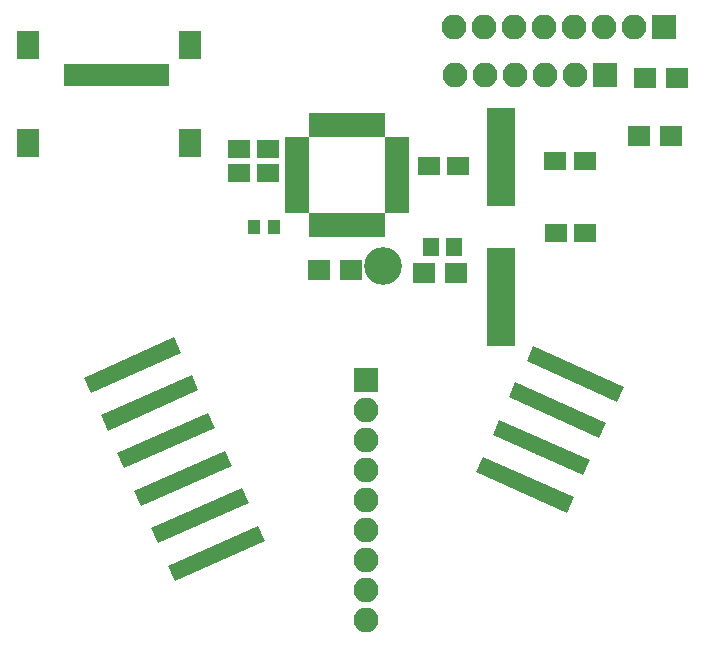
<source format=gbr>
G04 #@! TF.GenerationSoftware,KiCad,Pcbnew,no-vcs-found*
G04 #@! TF.CreationDate,2018-07-26T11:27:16+02:00*
G04 #@! TF.ProjectId,mycelium_pcb_micro,6D7963656C69756D5F7063625F6D6963,rev?*
G04 #@! TF.SameCoordinates,Original
G04 #@! TF.FileFunction,Soldermask,Top*
G04 #@! TF.FilePolarity,Negative*
%FSLAX46Y46*%
G04 Gerber Fmt 4.6, Leading zero omitted, Abs format (unit mm)*
G04 Created by KiCad (PCBNEW no-vcs-found) date Thu Jul 26 11:27:16 2018*
%MOMM*%
%LPD*%
G01*
G04 APERTURE LIST*
%ADD10O,2.100000X2.100000*%
%ADD11R,2.100000X2.100000*%
%ADD12C,1.400000*%
%ADD13C,0.050000*%
%ADD14R,1.900000X1.650000*%
%ADD15R,1.400000X1.650000*%
%ADD16R,1.900000X1.700000*%
%ADD17C,3.200000*%
%ADD18R,1.200000X1.900000*%
%ADD19R,1.850000X2.400000*%
%ADD20R,1.000000X1.200000*%
%ADD21R,2.000000X0.950000*%
%ADD22R,0.950000X2.000000*%
%ADD23R,2.400000X8.275000*%
G04 APERTURE END LIST*
D10*
X145707100Y-89789000D03*
X145707100Y-87249000D03*
X145707100Y-84709000D03*
X145707100Y-82169000D03*
X145707100Y-79629000D03*
X145707100Y-77089000D03*
X145707100Y-74549000D03*
D11*
X145707100Y-72009000D03*
D10*
X145707100Y-92329000D03*
D12*
X125945900Y-70739000D03*
D13*
G36*
X130067507Y-69670188D02*
X122393725Y-73086776D01*
X121824293Y-71807812D01*
X129498075Y-68391224D01*
X130067507Y-69670188D01*
X130067507Y-69670188D01*
G37*
D12*
X127406400Y-73926700D03*
D13*
G36*
X131528007Y-72857888D02*
X123854225Y-76274476D01*
X123284793Y-74995512D01*
X130958575Y-71578924D01*
X131528007Y-72857888D01*
X131528007Y-72857888D01*
G37*
D12*
X160566100Y-77711300D03*
D13*
G36*
X164118275Y-80059076D02*
X156444493Y-76642488D01*
X157013925Y-75363524D01*
X164687707Y-78780112D01*
X164118275Y-80059076D01*
X164118275Y-80059076D01*
G37*
D14*
X134957500Y-52425600D03*
X137457500Y-52425600D03*
X151048400Y-53911500D03*
X153548400Y-53911500D03*
X137457500Y-54483000D03*
X134957500Y-54483000D03*
D15*
X153184100Y-60731400D03*
X151184100Y-60731400D03*
D14*
X161792600Y-59537600D03*
X164292600Y-59537600D03*
X164241800Y-53441600D03*
X161741800Y-53441600D03*
D16*
X169312600Y-46405800D03*
X172012600Y-46405800D03*
D17*
X147193000Y-62306200D03*
D11*
X165976300Y-46139100D03*
D10*
X163436300Y-46139100D03*
X160896300Y-46139100D03*
X158356300Y-46139100D03*
X155816300Y-46139100D03*
X153276300Y-46139100D03*
D18*
X120752000Y-46195000D03*
X121852000Y-46195000D03*
X122952000Y-46195000D03*
X124052000Y-46195000D03*
X125152000Y-46195000D03*
X126252000Y-46195000D03*
X127352000Y-46195000D03*
X128452000Y-46195000D03*
D19*
X130827000Y-51895000D03*
X117077000Y-51895000D03*
X117077000Y-43595000D03*
X130827000Y-43595000D03*
D11*
X170954700Y-42138600D03*
D10*
X168414700Y-42138600D03*
X165874700Y-42138600D03*
X163334700Y-42138600D03*
X160794700Y-42138600D03*
X158254700Y-42138600D03*
X155714700Y-42138600D03*
X153174700Y-42138600D03*
D12*
X128790700Y-77139800D03*
D13*
G36*
X132912307Y-76070988D02*
X125238525Y-79487576D01*
X124669093Y-78208612D01*
X132342875Y-74792024D01*
X132912307Y-76070988D01*
X132912307Y-76070988D01*
G37*
D12*
X130225800Y-80327500D03*
D13*
G36*
X134347407Y-79258688D02*
X126673625Y-82675276D01*
X126104193Y-81396312D01*
X133777975Y-77979724D01*
X134347407Y-79258688D01*
X134347407Y-79258688D01*
G37*
D12*
X133057900Y-86690200D03*
D13*
G36*
X137179507Y-85621388D02*
X129505725Y-89037976D01*
X128936293Y-87759012D01*
X136610075Y-84342424D01*
X137179507Y-85621388D01*
X137179507Y-85621388D01*
G37*
D12*
X163449000Y-71488300D03*
D13*
G36*
X167001175Y-73836076D02*
X159327393Y-70419488D01*
X159896825Y-69140524D01*
X167570607Y-72557112D01*
X167001175Y-73836076D01*
X167001175Y-73836076D01*
G37*
D12*
X161912300Y-74536300D03*
D13*
G36*
X165464475Y-76884076D02*
X157790693Y-73467488D01*
X158360125Y-72188524D01*
X166033907Y-75605112D01*
X165464475Y-76884076D01*
X165464475Y-76884076D01*
G37*
D12*
X131673600Y-83489800D03*
D13*
G36*
X135795207Y-82420988D02*
X128121425Y-85837576D01*
X127551993Y-84558612D01*
X135225775Y-81142024D01*
X135795207Y-82420988D01*
X135795207Y-82420988D01*
G37*
D12*
X159169100Y-80873600D03*
D13*
G36*
X162721275Y-83221376D02*
X155047493Y-79804788D01*
X155616925Y-78525824D01*
X163290707Y-81942412D01*
X162721275Y-83221376D01*
X162721275Y-83221376D01*
G37*
D20*
X136195700Y-59029600D03*
X137895700Y-59029600D03*
D16*
X153343600Y-62903100D03*
X150643600Y-62903100D03*
X141728200Y-62712600D03*
X144428200Y-62712600D03*
X168804600Y-51295300D03*
X171504600Y-51295300D03*
D21*
X148382300Y-57435400D03*
X148382300Y-56635400D03*
X148382300Y-55835400D03*
X148382300Y-55035400D03*
X148382300Y-54235400D03*
X148382300Y-53435400D03*
X148382300Y-52635400D03*
X148382300Y-51835400D03*
D22*
X146932300Y-50385400D03*
X146132300Y-50385400D03*
X145332300Y-50385400D03*
X144532300Y-50385400D03*
X143732300Y-50385400D03*
X142932300Y-50385400D03*
X142132300Y-50385400D03*
X141332300Y-50385400D03*
D21*
X139882300Y-51835400D03*
X139882300Y-52635400D03*
X139882300Y-53435400D03*
X139882300Y-54235400D03*
X139882300Y-55035400D03*
X139882300Y-55835400D03*
X139882300Y-56635400D03*
X139882300Y-57435400D03*
D22*
X141332300Y-58885400D03*
X142132300Y-58885400D03*
X142932300Y-58885400D03*
X143732300Y-58885400D03*
X144532300Y-58885400D03*
X145332300Y-58885400D03*
X146132300Y-58885400D03*
X146932300Y-58885400D03*
D23*
X157187900Y-53130200D03*
X157187900Y-65005200D03*
M02*

</source>
